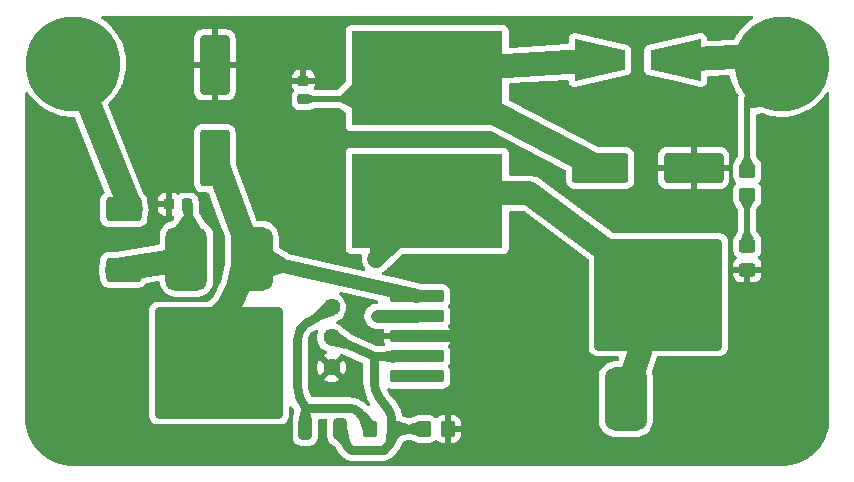
<source format=gbr>
G04 #@! TF.GenerationSoftware,KiCad,Pcbnew,8.0.5*
G04 #@! TF.CreationDate,2024-10-22T13:44:55+03:00*
G04 #@! TF.ProjectId,DC36_DC5,44433336-5f44-4433-952e-6b696361645f,rev?*
G04 #@! TF.SameCoordinates,Original*
G04 #@! TF.FileFunction,Copper,L1,Top*
G04 #@! TF.FilePolarity,Positive*
%FSLAX46Y46*%
G04 Gerber Fmt 4.6, Leading zero omitted, Abs format (unit mm)*
G04 Created by KiCad (PCBNEW 8.0.5) date 2024-10-22 13:44:55*
%MOMM*%
%LPD*%
G01*
G04 APERTURE LIST*
G04 Aperture macros list*
%AMRoundRect*
0 Rectangle with rounded corners*
0 $1 Rounding radius*
0 $2 $3 $4 $5 $6 $7 $8 $9 X,Y pos of 4 corners*
0 Add a 4 corners polygon primitive as box body*
4,1,4,$2,$3,$4,$5,$6,$7,$8,$9,$2,$3,0*
0 Add four circle primitives for the rounded corners*
1,1,$1+$1,$2,$3*
1,1,$1+$1,$4,$5*
1,1,$1+$1,$6,$7*
1,1,$1+$1,$8,$9*
0 Add four rect primitives between the rounded corners*
20,1,$1+$1,$2,$3,$4,$5,0*
20,1,$1+$1,$4,$5,$6,$7,0*
20,1,$1+$1,$6,$7,$8,$9,0*
20,1,$1+$1,$8,$9,$2,$3,0*%
%AMOutline4P*
0 Free polygon, 4 corners , with rotation*
0 The origin of the aperture is its center*
0 number of corners: always 4*
0 $1 to $8 corner X, Y*
0 $9 Rotation angle, in degrees counterclockwise*
0 create outline with 4 corners*
4,1,4,$1,$2,$3,$4,$5,$6,$7,$8,$1,$2,$9*%
G04 Aperture macros list end*
G04 #@! TA.AperFunction,SMDPad,CuDef*
%ADD10RoundRect,0.250000X0.450000X-0.325000X0.450000X0.325000X-0.450000X0.325000X-0.450000X-0.325000X0*%
G04 #@! TD*
G04 #@! TA.AperFunction,ComponentPad*
%ADD11C,0.800000*%
G04 #@! TD*
G04 #@! TA.AperFunction,ComponentPad*
%ADD12C,8.000000*%
G04 #@! TD*
G04 #@! TA.AperFunction,SMDPad,CuDef*
%ADD13RoundRect,0.887500X-0.887500X1.812500X-0.887500X-1.812500X0.887500X-1.812500X0.887500X1.812500X0*%
G04 #@! TD*
G04 #@! TA.AperFunction,SMDPad,CuDef*
%ADD14RoundRect,0.250000X-5.150000X4.450000X-5.150000X-4.450000X5.150000X-4.450000X5.150000X4.450000X0*%
G04 #@! TD*
G04 #@! TA.AperFunction,SMDPad,CuDef*
%ADD15RoundRect,0.880000X-0.880000X1.845000X-0.880000X-1.845000X0.880000X-1.845000X0.880000X1.845000X0*%
G04 #@! TD*
G04 #@! TA.AperFunction,SMDPad,CuDef*
%ADD16RoundRect,0.250000X-0.325000X-0.650000X0.325000X-0.650000X0.325000X0.650000X-0.325000X0.650000X0*%
G04 #@! TD*
G04 #@! TA.AperFunction,SMDPad,CuDef*
%ADD17RoundRect,0.251000X-2.144000X-1.004000X2.144000X-1.004000X2.144000X1.004000X-2.144000X1.004000X0*%
G04 #@! TD*
G04 #@! TA.AperFunction,SMDPad,CuDef*
%ADD18RoundRect,0.251000X-2.254000X-1.004000X2.254000X-1.004000X2.254000X1.004000X-2.254000X1.004000X0*%
G04 #@! TD*
G04 #@! TA.AperFunction,SMDPad,CuDef*
%ADD19RoundRect,0.887500X0.887500X-1.812500X0.887500X1.812500X-0.887500X1.812500X-0.887500X-1.812500X0*%
G04 #@! TD*
G04 #@! TA.AperFunction,SMDPad,CuDef*
%ADD20RoundRect,0.250000X5.150000X-4.450000X5.150000X4.450000X-5.150000X4.450000X-5.150000X-4.450000X0*%
G04 #@! TD*
G04 #@! TA.AperFunction,SMDPad,CuDef*
%ADD21RoundRect,0.880000X0.880000X-1.845000X0.880000X1.845000X-0.880000X1.845000X-0.880000X-1.845000X0*%
G04 #@! TD*
G04 #@! TA.AperFunction,SMDPad,CuDef*
%ADD22RoundRect,0.251000X1.004000X-2.144000X1.004000X2.144000X-1.004000X2.144000X-1.004000X-2.144000X0*%
G04 #@! TD*
G04 #@! TA.AperFunction,SMDPad,CuDef*
%ADD23RoundRect,0.251000X1.004000X-2.254000X1.004000X2.254000X-1.004000X2.254000X-1.004000X-2.254000X0*%
G04 #@! TD*
G04 #@! TA.AperFunction,ComponentPad*
%ADD24RoundRect,0.250000X-1.250000X0.755000X-1.250000X-0.755000X1.250000X-0.755000X1.250000X0.755000X0*%
G04 #@! TD*
G04 #@! TA.AperFunction,SMDPad,CuDef*
%ADD25RoundRect,0.225000X0.225000X0.250000X-0.225000X0.250000X-0.225000X-0.250000X0.225000X-0.250000X0*%
G04 #@! TD*
G04 #@! TA.AperFunction,SMDPad,CuDef*
%ADD26Outline4P,-2.150000X-1.800000X2.150000X-0.800000X2.150000X0.800000X-2.150000X1.800000X180.000000*%
G04 #@! TD*
G04 #@! TA.AperFunction,SMDPad,CuDef*
%ADD27Outline4P,-2.150000X-1.800000X2.150000X-0.800000X2.150000X0.800000X-2.150000X1.800000X0.000000*%
G04 #@! TD*
G04 #@! TA.AperFunction,SMDPad,CuDef*
%ADD28RoundRect,0.250000X-0.350000X-0.450000X0.350000X-0.450000X0.350000X0.450000X-0.350000X0.450000X0*%
G04 #@! TD*
G04 #@! TA.AperFunction,SMDPad,CuDef*
%ADD29R,12.800000X8.000000*%
G04 #@! TD*
G04 #@! TA.AperFunction,ComponentPad*
%ADD30C,1.440000*%
G04 #@! TD*
G04 #@! TA.AperFunction,SMDPad,CuDef*
%ADD31RoundRect,0.250000X-0.450000X0.350000X-0.450000X-0.350000X0.450000X-0.350000X0.450000X0.350000X0*%
G04 #@! TD*
G04 #@! TA.AperFunction,SMDPad,CuDef*
%ADD32RoundRect,0.225000X0.250000X-0.225000X0.250000X0.225000X-0.250000X0.225000X-0.250000X-0.225000X0*%
G04 #@! TD*
G04 #@! TA.AperFunction,SMDPad,CuDef*
%ADD33RoundRect,0.250000X-2.050000X-0.300000X2.050000X-0.300000X2.050000X0.300000X-2.050000X0.300000X0*%
G04 #@! TD*
G04 #@! TA.AperFunction,SMDPad,CuDef*
%ADD34RoundRect,0.250002X-4.449998X-5.149998X4.449998X-5.149998X4.449998X5.149998X-4.449998X5.149998X0*%
G04 #@! TD*
G04 #@! TA.AperFunction,ViaPad*
%ADD35C,0.600000*%
G04 #@! TD*
G04 #@! TA.AperFunction,ViaPad*
%ADD36C,0.900000*%
G04 #@! TD*
G04 #@! TA.AperFunction,Conductor*
%ADD37C,1.000000*%
G04 #@! TD*
G04 #@! TA.AperFunction,Conductor*
%ADD38C,0.800000*%
G04 #@! TD*
G04 #@! TA.AperFunction,Conductor*
%ADD39C,2.000000*%
G04 #@! TD*
G04 #@! TA.AperFunction,Conductor*
%ADD40C,1.200000*%
G04 #@! TD*
G04 #@! TA.AperFunction,Conductor*
%ADD41C,0.200000*%
G04 #@! TD*
G04 #@! TA.AperFunction,Conductor*
%ADD42C,0.500000*%
G04 #@! TD*
G04 #@! TA.AperFunction,Conductor*
%ADD43C,1.100000*%
G04 #@! TD*
G04 #@! TA.AperFunction,Conductor*
%ADD44C,1.500000*%
G04 #@! TD*
G04 APERTURE END LIST*
D10*
X150373000Y-98404000D03*
X150373000Y-96354000D03*
D11*
X90498000Y-80954000D03*
X91310779Y-78991779D03*
X91310779Y-82916221D03*
X93273000Y-78179000D03*
D12*
X93273000Y-80954000D03*
D11*
X93273000Y-83729000D03*
X95235221Y-78991779D03*
X95235221Y-82916221D03*
X96048000Y-80954000D03*
D13*
X108405000Y-97469000D03*
D14*
X105640000Y-106299000D03*
D15*
X102880000Y-97454000D03*
D16*
X112952000Y-111887000D03*
X115902000Y-111887000D03*
D17*
X137922000Y-89794000D03*
D18*
X145822000Y-89794000D03*
D19*
X140081000Y-109332000D03*
D20*
X142846000Y-100502000D03*
D21*
X145606000Y-109347000D03*
D22*
X105288000Y-88968000D03*
D23*
X105288000Y-81068000D03*
D24*
X97573000Y-93304000D03*
X97573000Y-98404000D03*
D25*
X102948000Y-92854000D03*
X101398000Y-92854000D03*
D26*
X144297000Y-80645000D03*
D27*
X137897000Y-80645000D03*
D12*
X153273000Y-80954000D03*
D28*
X123016000Y-111887000D03*
X125016000Y-111887000D03*
D29*
X123273000Y-92576000D03*
X123273000Y-82176000D03*
D11*
X90498000Y-110954000D03*
X91310779Y-108991779D03*
X91310779Y-112916221D03*
X93273000Y-108179000D03*
D12*
X93273000Y-110954000D03*
D11*
X93273000Y-113729000D03*
X95235221Y-108991779D03*
X95235221Y-112916221D03*
X96048000Y-110954000D03*
D12*
X153273000Y-110954000D03*
D30*
X115173000Y-106680000D03*
X115173000Y-104140000D03*
X115173000Y-101600000D03*
D28*
X118444000Y-111887000D03*
X120444000Y-111887000D03*
D31*
X150368000Y-90059000D03*
X150368000Y-92059000D03*
D32*
X112776000Y-83960000D03*
X112776000Y-82410000D03*
D33*
X122428000Y-100642000D03*
X122428000Y-102342000D03*
X122428000Y-104042000D03*
D34*
X131578000Y-104042000D03*
D33*
X122428000Y-105742000D03*
X122428000Y-107442000D03*
D35*
X127773000Y-108654000D03*
X129698000Y-99554000D03*
X131673000Y-101954000D03*
X133548000Y-108654000D03*
X129748000Y-101954000D03*
X135473000Y-99554000D03*
X129748000Y-106154000D03*
X135523000Y-106154000D03*
X129698000Y-104054000D03*
X133548000Y-104054000D03*
X129698000Y-108654000D03*
X127773000Y-104054000D03*
X133598000Y-106154000D03*
X131623000Y-108654000D03*
X131623000Y-99554000D03*
X133548000Y-99554000D03*
X135523000Y-101954000D03*
X133598000Y-101954000D03*
X127823000Y-106154000D03*
X127823000Y-101954000D03*
X127773000Y-99554000D03*
X131673000Y-106154000D03*
X135473000Y-104054000D03*
X131623000Y-104054000D03*
X135473000Y-108654000D03*
D36*
X118984000Y-102342000D03*
X118973000Y-97454000D03*
D35*
X147320000Y-80505999D03*
D37*
X128524000Y-104042000D02*
X122428000Y-104042000D01*
D38*
X103048000Y-96279000D02*
X103048000Y-92854000D01*
D39*
X96973000Y-98404000D02*
X102880000Y-97454000D01*
D40*
X122428000Y-100642000D02*
X108405000Y-97469000D01*
D39*
X108405000Y-97469000D02*
X104140000Y-106299000D01*
D41*
X104140000Y-106299000D02*
X107100100Y-97469000D01*
D39*
X108405000Y-97469000D02*
X105288000Y-88968000D01*
D42*
X120273000Y-112654000D02*
X120269000Y-111887000D01*
D38*
X119884001Y-110087203D02*
X119369020Y-109469224D01*
X115902000Y-111887000D02*
X116432822Y-113180666D01*
X116432822Y-113257822D02*
X116840000Y-113665000D01*
X118764346Y-107823028D02*
X118745000Y-105742000D01*
X116840000Y-113665000D02*
X119634000Y-113665000D01*
X116432822Y-113180666D02*
X116432822Y-113257822D01*
X120149986Y-113095842D02*
X120444000Y-111887000D01*
X118745000Y-105742000D02*
X115173000Y-104140000D01*
X119634000Y-113665000D02*
X119634000Y-113611828D01*
X120269000Y-111887000D02*
X123191000Y-111887000D01*
X118745000Y-105742000D02*
X122428000Y-105742000D01*
X119634000Y-113611828D02*
X120149986Y-113095842D01*
X119884001Y-110087203D02*
G75*
G02*
X120271163Y-111161635I-1283301J-1069397D01*
G01*
X119369020Y-109469224D02*
G75*
G02*
X118764372Y-107823028I2004580J1670424D01*
G01*
D43*
X122428000Y-102342000D02*
X118984000Y-102342000D01*
D39*
X131880073Y-91941000D02*
X123273000Y-91941000D01*
X142846000Y-100003000D02*
X131999004Y-91980203D01*
D44*
X123273000Y-91941000D02*
X118973000Y-97454000D01*
D39*
X142846000Y-100502000D02*
X140589000Y-107442000D01*
D42*
X150368000Y-91884000D02*
X150373000Y-96354000D01*
D39*
X98173000Y-93304000D02*
X93273000Y-80954000D01*
X137922000Y-89794000D02*
X123273000Y-82176000D01*
X123273000Y-81541000D02*
X137897000Y-80645000D01*
D42*
X112776000Y-83960000D02*
X120854000Y-83960000D01*
D38*
X113202781Y-110109000D02*
X116591130Y-110109000D01*
D42*
X150368000Y-90234000D02*
X150368000Y-83859000D01*
D38*
X118042432Y-111013617D02*
X118619000Y-111887000D01*
X113137259Y-102845971D02*
X115173000Y-101600000D01*
X117524380Y-110495565D02*
X118042432Y-111013617D01*
D39*
X144297000Y-80645000D02*
X152583000Y-80264000D01*
D42*
X150368000Y-83859000D02*
X153273000Y-80954000D01*
D38*
X112268000Y-108148112D02*
X112268000Y-104397150D01*
X112921000Y-110091000D02*
X112952000Y-111887000D01*
X116591130Y-110109000D02*
G75*
G02*
X117524362Y-110495583I-30J-1319800D01*
G01*
X113137259Y-102845971D02*
G75*
G03*
X112267978Y-104397150I949441J-1551229D01*
G01*
X113078661Y-110230270D02*
G75*
G02*
X112267989Y-108148112I2268639J2082170D01*
G01*
G04 #@! TA.AperFunction,Conductor*
G36*
X113984114Y-103470776D02*
G01*
X114040032Y-103523898D01*
X114061897Y-103597862D01*
X114047986Y-103664651D01*
X114021724Y-103720969D01*
X114021723Y-103720971D01*
X113966451Y-103927251D01*
X113947838Y-104140000D01*
X113966451Y-104352748D01*
X113976963Y-104391979D01*
X114021724Y-104559030D01*
X114111979Y-104752581D01*
X114111982Y-104752585D01*
X114111984Y-104752588D01*
X114234465Y-104927513D01*
X114385486Y-105078534D01*
X114523682Y-105175298D01*
X114560419Y-105201021D01*
X114665560Y-105250049D01*
X114671908Y-105253415D01*
X114678132Y-105256348D01*
X114685907Y-105259537D01*
X114719573Y-105275236D01*
X114778656Y-105324811D01*
X114805036Y-105397288D01*
X114791643Y-105473244D01*
X114742067Y-105532328D01*
X114719573Y-105545315D01*
X114560675Y-105619409D01*
X114560670Y-105619412D01*
X114504969Y-105658415D01*
X115126554Y-106280000D01*
X115120339Y-106280000D01*
X115018606Y-106307259D01*
X114927394Y-106359920D01*
X114852920Y-106434394D01*
X114800259Y-106525606D01*
X114773000Y-106627339D01*
X114773000Y-106633554D01*
X114151415Y-106011969D01*
X114112412Y-106067670D01*
X114112407Y-106067679D01*
X114022198Y-106261136D01*
X114022196Y-106261141D01*
X113966944Y-106467340D01*
X113948340Y-106680000D01*
X113966944Y-106892659D01*
X114022196Y-107098858D01*
X114022198Y-107098863D01*
X114112407Y-107292320D01*
X114112417Y-107292337D01*
X114151414Y-107348029D01*
X114773000Y-106726443D01*
X114773000Y-106732661D01*
X114800259Y-106834394D01*
X114852920Y-106925606D01*
X114927394Y-107000080D01*
X115018606Y-107052741D01*
X115120339Y-107080000D01*
X115126553Y-107080000D01*
X114504968Y-107701584D01*
X114560662Y-107740582D01*
X114560668Y-107740585D01*
X114754141Y-107830803D01*
X114960340Y-107886055D01*
X115173000Y-107904659D01*
X115385659Y-107886055D01*
X115591858Y-107830803D01*
X115785334Y-107740584D01*
X115841029Y-107701584D01*
X115841030Y-107701583D01*
X115219447Y-107080000D01*
X115225661Y-107080000D01*
X115327394Y-107052741D01*
X115418606Y-107000080D01*
X115493080Y-106925606D01*
X115545741Y-106834394D01*
X115573000Y-106732661D01*
X115573000Y-106726446D01*
X116194583Y-107348030D01*
X116194584Y-107348029D01*
X116233584Y-107292334D01*
X116323803Y-107098858D01*
X116379055Y-106892659D01*
X116397659Y-106680000D01*
X116379055Y-106467340D01*
X116323803Y-106261141D01*
X116233585Y-106067668D01*
X116233582Y-106067662D01*
X116194584Y-106011968D01*
X115573000Y-106633552D01*
X115573000Y-106627339D01*
X115545741Y-106525606D01*
X115493080Y-106434394D01*
X115418606Y-106359920D01*
X115327394Y-106307259D01*
X115225661Y-106280000D01*
X115219444Y-106280000D01*
X115856755Y-105642688D01*
X115858718Y-105631558D01*
X115908295Y-105572475D01*
X115980771Y-105546095D01*
X116023272Y-105548481D01*
X116170275Y-105578196D01*
X116201723Y-105588288D01*
X117762770Y-106288398D01*
X117822577Y-106337098D01*
X117850022Y-106409178D01*
X117850790Y-106422965D01*
X117857074Y-107098858D01*
X117864709Y-107920086D01*
X117864709Y-107920089D01*
X117864773Y-107926889D01*
X117864787Y-107927143D01*
X117865486Y-108003361D01*
X117894904Y-108276726D01*
X117902290Y-108345350D01*
X117972348Y-108682086D01*
X118074993Y-109010368D01*
X118075001Y-109010390D01*
X118158985Y-109208500D01*
X118209244Y-109327055D01*
X118309316Y-109510723D01*
X118373812Y-109629096D01*
X118426173Y-109706159D01*
X118451531Y-109778999D01*
X118437071Y-109854759D01*
X118386668Y-109913140D01*
X118313828Y-109938498D01*
X118238068Y-109924038D01*
X118197572Y-109895256D01*
X118093448Y-109791133D01*
X118093084Y-109790803D01*
X118072963Y-109770681D01*
X118072962Y-109770680D01*
X118072960Y-109770678D01*
X117877991Y-109615188D01*
X117877989Y-109615187D01*
X117877982Y-109615181D01*
X117666842Y-109482507D01*
X117666839Y-109482505D01*
X117442159Y-109374298D01*
X117442155Y-109374296D01*
X117260825Y-109310842D01*
X117206776Y-109291928D01*
X116963650Y-109236431D01*
X116963646Y-109236430D01*
X116963644Y-109236430D01*
X116715837Y-109208502D01*
X116687197Y-109208502D01*
X116687153Y-109208500D01*
X116679821Y-109208500D01*
X116591150Y-109208500D01*
X116502459Y-109208498D01*
X116502458Y-109208498D01*
X116495123Y-109208498D01*
X116495083Y-109208500D01*
X113537023Y-109208500D01*
X113462523Y-109188538D01*
X113407985Y-109134000D01*
X113401785Y-109122043D01*
X113320825Y-108946980D01*
X113314138Y-108929806D01*
X113237703Y-108690702D01*
X113233193Y-108672854D01*
X113186860Y-108426144D01*
X113184585Y-108407857D01*
X113168785Y-108152868D01*
X113168500Y-108143653D01*
X113168500Y-104403521D01*
X113169040Y-104390849D01*
X113172292Y-104352747D01*
X113180699Y-104254257D01*
X113184989Y-104229308D01*
X113218016Y-104102820D01*
X113226471Y-104078958D01*
X113280457Y-103959886D01*
X113292832Y-103937805D01*
X113366208Y-103829606D01*
X113382141Y-103809945D01*
X113472799Y-103715734D01*
X113491836Y-103699055D01*
X113602474Y-103617646D01*
X113612960Y-103610596D01*
X113643225Y-103592071D01*
X113835166Y-103474594D01*
X113909127Y-103452730D01*
X113984114Y-103470776D01*
G37*
G04 #@! TD.AperFunction*
G04 #@! TA.AperFunction,Conductor*
G36*
X150814312Y-76924462D02*
G01*
X150868850Y-76979000D01*
X150888812Y-77053500D01*
X150868850Y-77128000D01*
X150824018Y-77176423D01*
X150659882Y-77288858D01*
X150557941Y-77358690D01*
X150237800Y-77624532D01*
X150237796Y-77624535D01*
X149943535Y-77918796D01*
X149943532Y-77918800D01*
X149677690Y-78238941D01*
X149442507Y-78582266D01*
X149442505Y-78582269D01*
X149297664Y-78842309D01*
X149243972Y-78897680D01*
X149174338Y-78918648D01*
X147103344Y-79013875D01*
X147028006Y-78997356D01*
X146971020Y-78945380D01*
X146947657Y-78871876D01*
X146947500Y-78865032D01*
X146947500Y-78789715D01*
X146947500Y-78789713D01*
X146947500Y-78789706D01*
X146943958Y-78751666D01*
X146897533Y-78615437D01*
X146814607Y-78497806D01*
X146701901Y-78408303D01*
X146701898Y-78408301D01*
X146568544Y-78354178D01*
X146425342Y-78339817D01*
X146425341Y-78339817D01*
X146425340Y-78339817D01*
X146387488Y-78344984D01*
X146387481Y-78344985D01*
X146387479Y-78344985D01*
X141992524Y-79367068D01*
X141917437Y-79394467D01*
X141917433Y-79394468D01*
X141799809Y-79477388D01*
X141799806Y-79477391D01*
X141710304Y-79590097D01*
X141656177Y-79723458D01*
X141649656Y-79776927D01*
X141646500Y-79802802D01*
X141646500Y-81487197D01*
X141650923Y-81523453D01*
X141656179Y-81566545D01*
X141656181Y-81566551D01*
X141710300Y-81699895D01*
X141710303Y-81699901D01*
X141799806Y-81812607D01*
X141917437Y-81895533D01*
X141992530Y-81922933D01*
X141992539Y-81922935D01*
X141992542Y-81922936D01*
X144301930Y-82460003D01*
X146387480Y-82945015D01*
X146425340Y-82950183D01*
X146568544Y-82935822D01*
X146701901Y-82881697D01*
X146814608Y-82792194D01*
X146897533Y-82674563D01*
X146918529Y-82612954D01*
X146943957Y-82538338D01*
X146943957Y-82538336D01*
X146943958Y-82538334D01*
X146947500Y-82500287D01*
X146947500Y-82167518D01*
X146967462Y-82093018D01*
X147022000Y-82038480D01*
X147089653Y-82018675D01*
X148757171Y-81942001D01*
X148832507Y-81958520D01*
X148889493Y-82010496D01*
X148909055Y-82056730D01*
X148939678Y-82186929D01*
X148939681Y-82186939D01*
X149071927Y-82581510D01*
X149240009Y-82962177D01*
X149240013Y-82962185D01*
X149442509Y-83325736D01*
X149601751Y-83558201D01*
X149627385Y-83630945D01*
X149627812Y-83644475D01*
X149626676Y-83726268D01*
X149623828Y-83753261D01*
X149617500Y-83785081D01*
X149617500Y-84386102D01*
X149617486Y-84388171D01*
X149612713Y-84731856D01*
X149612674Y-84735801D01*
X149612674Y-84735910D01*
X149615561Y-84793051D01*
X149615823Y-84794779D01*
X149617500Y-84817073D01*
X149617500Y-88685808D01*
X149599930Y-88756002D01*
X149369976Y-89186561D01*
X149343907Y-89221724D01*
X149325289Y-89240342D01*
X149233186Y-89389666D01*
X149178001Y-89556201D01*
X149167500Y-89658995D01*
X149167500Y-90459003D01*
X149173681Y-90519509D01*
X149178001Y-90561797D01*
X149233186Y-90728334D01*
X149307025Y-90848046D01*
X149325288Y-90877656D01*
X149401273Y-90953641D01*
X149439837Y-91020436D01*
X149439837Y-91097564D01*
X149401273Y-91164359D01*
X149325288Y-91240343D01*
X149233186Y-91389666D01*
X149178001Y-91556201D01*
X149167500Y-91658995D01*
X149167500Y-92459003D01*
X149171586Y-92498996D01*
X149178001Y-92561797D01*
X149233186Y-92728334D01*
X149314635Y-92860385D01*
X149325288Y-92877656D01*
X149345147Y-92897515D01*
X149371139Y-92932533D01*
X149601582Y-93362851D01*
X149619231Y-93433025D01*
X149621020Y-95032723D01*
X149603758Y-95102503D01*
X149407664Y-95473599D01*
X149381287Y-95509343D01*
X149330289Y-95560342D01*
X149238186Y-95709666D01*
X149183001Y-95876201D01*
X149172500Y-95978995D01*
X149172500Y-96729003D01*
X149172501Y-96729008D01*
X149183001Y-96831797D01*
X149238186Y-96998334D01*
X149286399Y-97076500D01*
X149330288Y-97147656D01*
X149456627Y-97273995D01*
X149495191Y-97340790D01*
X149495191Y-97417918D01*
X149456627Y-97484713D01*
X149330680Y-97610659D01*
X149238642Y-97759878D01*
X149183494Y-97926302D01*
X149183492Y-97926311D01*
X149173000Y-98029010D01*
X149173000Y-98154000D01*
X151572999Y-98154000D01*
X151572999Y-98029026D01*
X151562505Y-97926303D01*
X151507357Y-97759878D01*
X151415319Y-97610659D01*
X151289373Y-97484713D01*
X151250809Y-97417918D01*
X151250809Y-97340790D01*
X151289373Y-97273995D01*
X151337869Y-97225499D01*
X151415712Y-97147656D01*
X151507814Y-96998334D01*
X151562999Y-96831797D01*
X151573500Y-96729009D01*
X151573499Y-95978992D01*
X151562999Y-95876203D01*
X151507814Y-95709666D01*
X151415712Y-95560344D01*
X151362496Y-95507128D01*
X151336251Y-95471636D01*
X151139414Y-95100848D01*
X151122020Y-95031156D01*
X151120230Y-93431342D01*
X151137720Y-93361134D01*
X151367178Y-92930348D01*
X151393329Y-92895038D01*
X151410712Y-92877656D01*
X151502814Y-92728334D01*
X151557999Y-92561797D01*
X151568500Y-92459009D01*
X151568499Y-91658992D01*
X151557999Y-91556203D01*
X151502814Y-91389666D01*
X151410712Y-91240344D01*
X151334727Y-91164359D01*
X151296163Y-91097564D01*
X151296163Y-91020436D01*
X151334727Y-90953641D01*
X151337473Y-90950895D01*
X151410712Y-90877656D01*
X151502814Y-90728334D01*
X151557999Y-90561797D01*
X151568500Y-90459009D01*
X151568499Y-89658992D01*
X151557999Y-89556203D01*
X151502814Y-89389666D01*
X151410712Y-89240344D01*
X151392091Y-89221723D01*
X151366020Y-89186558D01*
X151136070Y-88756003D01*
X151118500Y-88685809D01*
X151118500Y-85340439D01*
X151138462Y-85265939D01*
X151193000Y-85211401D01*
X151251896Y-85192258D01*
X151603599Y-85155226D01*
X151666549Y-85162130D01*
X152040064Y-85287320D01*
X152445152Y-85382596D01*
X152445161Y-85382597D01*
X152445169Y-85382599D01*
X152772419Y-85428247D01*
X152857303Y-85440088D01*
X153248001Y-85458151D01*
X153272999Y-85459307D01*
X153273000Y-85459307D01*
X153273001Y-85459307D01*
X153292220Y-85458418D01*
X153688697Y-85440088D01*
X153688704Y-85440087D01*
X153688705Y-85440087D01*
X154100830Y-85382599D01*
X154100835Y-85382597D01*
X154100848Y-85382596D01*
X154505936Y-85287320D01*
X154900505Y-85155074D01*
X154941462Y-85136990D01*
X155281177Y-84986990D01*
X155281179Y-84986988D01*
X155281188Y-84986985D01*
X155644739Y-84784489D01*
X155988054Y-84549313D01*
X156308206Y-84283462D01*
X156602462Y-83989206D01*
X156868313Y-83669054D01*
X157050576Y-83402981D01*
X157109147Y-83352802D01*
X157184962Y-83338629D01*
X157257705Y-83364263D01*
X157307886Y-83422835D01*
X157322500Y-83487188D01*
X157322500Y-110950558D01*
X157322341Y-110957439D01*
X157305544Y-111320761D01*
X157304274Y-111334466D01*
X157254501Y-111691271D01*
X157251972Y-111704799D01*
X157169490Y-112055489D01*
X157165724Y-112068726D01*
X157051233Y-112410321D01*
X157046261Y-112423154D01*
X156900748Y-112752709D01*
X156894614Y-112765029D01*
X156719305Y-113079769D01*
X156712060Y-113091470D01*
X156508463Y-113388686D01*
X156500169Y-113399669D01*
X156270018Y-113676830D01*
X156260746Y-113687001D01*
X156006001Y-113941746D01*
X155995830Y-113951018D01*
X155718669Y-114181169D01*
X155707686Y-114189463D01*
X155410470Y-114393060D01*
X155398769Y-114400305D01*
X155084029Y-114575614D01*
X155071709Y-114581748D01*
X154742154Y-114727261D01*
X154729321Y-114732233D01*
X154387726Y-114846724D01*
X154374489Y-114850490D01*
X154023799Y-114932972D01*
X154010271Y-114935501D01*
X153653466Y-114985274D01*
X153639761Y-114986544D01*
X153276439Y-115003341D01*
X153269558Y-115003500D01*
X93276442Y-115003500D01*
X93269561Y-115003341D01*
X92906238Y-114986544D01*
X92892536Y-114985274D01*
X92810866Y-114973881D01*
X92535728Y-114935501D01*
X92522200Y-114932972D01*
X92171510Y-114850490D01*
X92158273Y-114846724D01*
X91816678Y-114732233D01*
X91803845Y-114727261D01*
X91474290Y-114581748D01*
X91461970Y-114575614D01*
X91147230Y-114400305D01*
X91135529Y-114393060D01*
X90838313Y-114189463D01*
X90827330Y-114181169D01*
X90550169Y-113951018D01*
X90539998Y-113941746D01*
X90285253Y-113687001D01*
X90275981Y-113676830D01*
X90175399Y-113555704D01*
X90045829Y-113399668D01*
X90037536Y-113388686D01*
X89833939Y-113091470D01*
X89826694Y-113079769D01*
X89651385Y-112765029D01*
X89645251Y-112752709D01*
X89548019Y-112532500D01*
X89499735Y-112423147D01*
X89494766Y-112410321D01*
X89486952Y-112387008D01*
X89380275Y-112068726D01*
X89376509Y-112055489D01*
X89294027Y-111704799D01*
X89291498Y-111691271D01*
X89241722Y-111334443D01*
X89240456Y-111320780D01*
X89223659Y-110957439D01*
X89223500Y-110950558D01*
X89223500Y-101798995D01*
X99739500Y-101798995D01*
X99739500Y-110799003D01*
X99744257Y-110845566D01*
X99750001Y-110901797D01*
X99805186Y-111068334D01*
X99897288Y-111217656D01*
X100021344Y-111341712D01*
X100170666Y-111433814D01*
X100337203Y-111488999D01*
X100439991Y-111499500D01*
X110840008Y-111499499D01*
X110942797Y-111488999D01*
X111109334Y-111433814D01*
X111258656Y-111341712D01*
X111382712Y-111217656D01*
X111474814Y-111068334D01*
X111529999Y-110901797D01*
X111540500Y-110799009D01*
X111540499Y-110064630D01*
X111560461Y-109990132D01*
X111614999Y-109935594D01*
X111689499Y-109915632D01*
X111763999Y-109935594D01*
X111818537Y-109990132D01*
X111822738Y-109997936D01*
X111871237Y-110094823D01*
X111871238Y-110094825D01*
X111995973Y-110295146D01*
X112018406Y-110368939D01*
X112016058Y-110400709D01*
X111897924Y-111046662D01*
X111892794Y-111066719D01*
X111887000Y-111084203D01*
X111886999Y-111084209D01*
X111882463Y-111128610D01*
X111881088Y-111138289D01*
X111881100Y-111138291D01*
X111880929Y-111139410D01*
X111880819Y-111140189D01*
X111880770Y-111140455D01*
X111876233Y-111170249D01*
X111876068Y-111171608D01*
X111876067Y-111171621D01*
X111872869Y-111255643D01*
X111873873Y-111260917D01*
X111876500Y-111288771D01*
X111876500Y-112587003D01*
X111876501Y-112587008D01*
X111887001Y-112689797D01*
X111942186Y-112856334D01*
X112034288Y-113005656D01*
X112158344Y-113129712D01*
X112307666Y-113221814D01*
X112474203Y-113276999D01*
X112576991Y-113287500D01*
X113327008Y-113287499D01*
X113429797Y-113276999D01*
X113596334Y-113221814D01*
X113745656Y-113129712D01*
X113869712Y-113005656D01*
X113961814Y-112856334D01*
X114016999Y-112689797D01*
X114027500Y-112587009D01*
X114027499Y-111186992D01*
X114026135Y-111173640D01*
X114038424Y-111097498D01*
X114087138Y-111037700D01*
X114159223Y-111010271D01*
X114174364Y-111009500D01*
X114679635Y-111009500D01*
X114754135Y-111029462D01*
X114808673Y-111084000D01*
X114828635Y-111158500D01*
X114827864Y-111173642D01*
X114826500Y-111186994D01*
X114826500Y-112587003D01*
X114826501Y-112587008D01*
X114837001Y-112689797D01*
X114892186Y-112856334D01*
X114984288Y-113005656D01*
X115108344Y-113129712D01*
X115257666Y-113221814D01*
X115332227Y-113246521D01*
X115396667Y-113288904D01*
X115399063Y-113291664D01*
X115534056Y-113451064D01*
X115564252Y-113513649D01*
X115564802Y-113513483D01*
X115565868Y-113516999D01*
X115566487Y-113518281D01*
X115566924Y-113520479D01*
X115566927Y-113520488D01*
X115595108Y-113588523D01*
X115634808Y-113684368D01*
X115683352Y-113757020D01*
X115683356Y-113757024D01*
X115733358Y-113831858D01*
X116140536Y-114239035D01*
X116265965Y-114364464D01*
X116413453Y-114463013D01*
X116413455Y-114463014D01*
X116413457Y-114463015D01*
X116461451Y-114482895D01*
X116461452Y-114482895D01*
X116577334Y-114530895D01*
X116751309Y-114565500D01*
X119722691Y-114565500D01*
X119896666Y-114530894D01*
X120060547Y-114463013D01*
X120208035Y-114364464D01*
X120333464Y-114239035D01*
X120432013Y-114091547D01*
X120432014Y-114091542D01*
X120432384Y-114090990D01*
X120450909Y-114068416D01*
X120721793Y-113797532D01*
X120730394Y-113789584D01*
X120734814Y-113785812D01*
X120734818Y-113785806D01*
X120735795Y-113784791D01*
X120745851Y-113773475D01*
X120771092Y-113748233D01*
X120775561Y-113743949D01*
X120824588Y-113698900D01*
X120829110Y-113692713D01*
X120844033Y-113675293D01*
X120849449Y-113669878D01*
X120886428Y-113614533D01*
X120889978Y-113609454D01*
X120929276Y-113555704D01*
X120932504Y-113548753D01*
X120943742Y-113528756D01*
X120947998Y-113522389D01*
X120973477Y-113460876D01*
X120975950Y-113455243D01*
X121004017Y-113394836D01*
X121005827Y-113387394D01*
X121012952Y-113365575D01*
X121015880Y-113358508D01*
X121016237Y-113356713D01*
X121017195Y-113354172D01*
X121018008Y-113351493D01*
X121018185Y-113351546D01*
X121033441Y-113311088D01*
X121221640Y-112986167D01*
X121276251Y-112931709D01*
X121307069Y-112918343D01*
X121686508Y-112802542D01*
X121763588Y-112799889D01*
X121773481Y-112802540D01*
X122185988Y-112928433D01*
X122220711Y-112944125D01*
X122346666Y-113021814D01*
X122513203Y-113076999D01*
X122615991Y-113087500D01*
X123416008Y-113087499D01*
X123518797Y-113076999D01*
X123685334Y-113021814D01*
X123834656Y-112929712D01*
X123910995Y-112853373D01*
X123977790Y-112814809D01*
X124054918Y-112814809D01*
X124121713Y-112853373D01*
X124197659Y-112929319D01*
X124346878Y-113021357D01*
X124513302Y-113076505D01*
X124513311Y-113076507D01*
X124616015Y-113086999D01*
X124766000Y-113086999D01*
X125266000Y-113086999D01*
X125415974Y-113086999D01*
X125518696Y-113076505D01*
X125685121Y-113021357D01*
X125834340Y-112929319D01*
X125958319Y-112805340D01*
X126050357Y-112656121D01*
X126105505Y-112489697D01*
X126105507Y-112489688D01*
X126115999Y-112386989D01*
X126116000Y-112386979D01*
X126116000Y-112137000D01*
X125266000Y-112137000D01*
X125266000Y-113086999D01*
X124766000Y-113086999D01*
X124766000Y-111637000D01*
X125266000Y-111637000D01*
X126115999Y-111637000D01*
X126115999Y-111387026D01*
X126105505Y-111284303D01*
X126050357Y-111117878D01*
X125958319Y-110968659D01*
X125834340Y-110844680D01*
X125685121Y-110752642D01*
X125518697Y-110697494D01*
X125518688Y-110697492D01*
X125415989Y-110687000D01*
X125266000Y-110687000D01*
X125266000Y-111637000D01*
X124766000Y-111637000D01*
X124766000Y-110687000D01*
X124616026Y-110687000D01*
X124513303Y-110697494D01*
X124346878Y-110752642D01*
X124197659Y-110844680D01*
X124121713Y-110920627D01*
X124054918Y-110959191D01*
X123977790Y-110959191D01*
X123910995Y-110920627D01*
X123834656Y-110844288D01*
X123772801Y-110806136D01*
X123685334Y-110752186D01*
X123553152Y-110708385D01*
X123518798Y-110697001D01*
X123501665Y-110695250D01*
X123416009Y-110686500D01*
X123416004Y-110686500D01*
X122615996Y-110686500D01*
X122513202Y-110697001D01*
X122346666Y-110752186D01*
X122220716Y-110829871D01*
X122185989Y-110845564D01*
X121773492Y-110971454D01*
X121696410Y-110974108D01*
X121686506Y-110971454D01*
X121274012Y-110845566D01*
X121239285Y-110829872D01*
X121200802Y-110806136D01*
X121147873Y-110750036D01*
X121132887Y-110708394D01*
X121097260Y-110529273D01*
X121090690Y-110507732D01*
X121022444Y-110283958D01*
X121022441Y-110283948D01*
X120923580Y-110047285D01*
X120801659Y-109821636D01*
X120657889Y-109609239D01*
X120657885Y-109609234D01*
X120657884Y-109609232D01*
X120611209Y-109553226D01*
X120611206Y-109553222D01*
X120516860Y-109440006D01*
X120516837Y-109439980D01*
X120462102Y-109374298D01*
X120064084Y-108896676D01*
X120057828Y-108888622D01*
X119929625Y-108711368D01*
X119918830Y-108694059D01*
X119891025Y-108641817D01*
X119873647Y-108566674D01*
X119896168Y-108492908D01*
X119952555Y-108440284D01*
X120027700Y-108422905D01*
X120069422Y-108430378D01*
X120225203Y-108481999D01*
X120327991Y-108492500D01*
X124528008Y-108492499D01*
X124630797Y-108481999D01*
X124797334Y-108426814D01*
X124946656Y-108334712D01*
X125070712Y-108210656D01*
X125162814Y-108061334D01*
X125217999Y-107894797D01*
X125228500Y-107792009D01*
X125228499Y-107091992D01*
X125217999Y-106989203D01*
X125162814Y-106822666D01*
X125070712Y-106673344D01*
X125070710Y-106673342D01*
X125068785Y-106670221D01*
X125046665Y-106596333D01*
X125064452Y-106521284D01*
X125068785Y-106513779D01*
X125070710Y-106510657D01*
X125070712Y-106510656D01*
X125162814Y-106361334D01*
X125217999Y-106194797D01*
X125228500Y-106092009D01*
X125228499Y-105391992D01*
X125217999Y-105289203D01*
X125162814Y-105122666D01*
X125070712Y-104973344D01*
X125068492Y-104969744D01*
X125046372Y-104895856D01*
X125064160Y-104820807D01*
X125068492Y-104813303D01*
X125162357Y-104661121D01*
X125217505Y-104494697D01*
X125217507Y-104494688D01*
X125227999Y-104391989D01*
X125228000Y-104391979D01*
X125228000Y-104292000D01*
X119628001Y-104292000D01*
X119628001Y-104391973D01*
X119638494Y-104494696D01*
X119685200Y-104635645D01*
X119689685Y-104712643D01*
X119655070Y-104781567D01*
X119590631Y-104823950D01*
X119571222Y-104828961D01*
X119517959Y-104838948D01*
X119490500Y-104841500D01*
X118969569Y-104841500D01*
X118908596Y-104828453D01*
X116939809Y-103945475D01*
X116910745Y-103928242D01*
X116501203Y-103617646D01*
X115995694Y-103234268D01*
X115995668Y-103234249D01*
X115994563Y-103233411D01*
X115994648Y-103233298D01*
X115978713Y-103219665D01*
X115960513Y-103201465D01*
X115785588Y-103078984D01*
X115785581Y-103078979D01*
X115785579Y-103078978D01*
X115785576Y-103078976D01*
X115628597Y-103005775D01*
X115569514Y-102956198D01*
X115543135Y-102883721D01*
X115556529Y-102807765D01*
X115606106Y-102748682D01*
X115630007Y-102735048D01*
X115679070Y-102712790D01*
X115679070Y-102712789D01*
X115679074Y-102712788D01*
X115685994Y-102708700D01*
X115686284Y-102709190D01*
X115700465Y-102700711D01*
X115722217Y-102690567D01*
X115785581Y-102661021D01*
X115922569Y-102565102D01*
X115960513Y-102538534D01*
X115960515Y-102538531D01*
X115960519Y-102538529D01*
X116111529Y-102387519D01*
X116111531Y-102387515D01*
X116111534Y-102387513D01*
X116163098Y-102313870D01*
X116234021Y-102212581D01*
X116324276Y-102019030D01*
X116379549Y-101812747D01*
X116398162Y-101600000D01*
X116379549Y-101387253D01*
X116324276Y-101180970D01*
X116234021Y-100987419D01*
X116162093Y-100884694D01*
X116111534Y-100812486D01*
X115960517Y-100661469D01*
X115833081Y-100572238D01*
X115783504Y-100513154D01*
X115770111Y-100437198D01*
X115796490Y-100364721D01*
X115855574Y-100315144D01*
X115931530Y-100301751D01*
X115951415Y-100304856D01*
X118967986Y-100987419D01*
X119011098Y-100997174D01*
X119079356Y-101033085D01*
X119120513Y-101098315D01*
X119123541Y-101175383D01*
X119087630Y-101243641D01*
X119022400Y-101284798D01*
X118978215Y-101291500D01*
X118880535Y-101291500D01*
X118677582Y-101331869D01*
X118486403Y-101411057D01*
X118314345Y-101526022D01*
X118168022Y-101672345D01*
X118053057Y-101844403D01*
X117973869Y-102035582D01*
X117933500Y-102238534D01*
X117933500Y-102445465D01*
X117973869Y-102648417D01*
X118053057Y-102839596D01*
X118168022Y-103011654D01*
X118314345Y-103157977D01*
X118486403Y-103272942D01*
X118565591Y-103305742D01*
X118677580Y-103352130D01*
X118880535Y-103392500D01*
X119497367Y-103392500D01*
X119571867Y-103412462D01*
X119626405Y-103467000D01*
X119646367Y-103541500D01*
X119639945Y-103581295D01*
X119640197Y-103581349D01*
X119639139Y-103586288D01*
X119638804Y-103588368D01*
X119638494Y-103589302D01*
X119638492Y-103589311D01*
X119628000Y-103692010D01*
X119628000Y-103792000D01*
X125227999Y-103792000D01*
X125227999Y-103692026D01*
X125217505Y-103589303D01*
X125162357Y-103422877D01*
X125162356Y-103422874D01*
X125068492Y-103270695D01*
X125046372Y-103196807D01*
X125064160Y-103121758D01*
X125068492Y-103114254D01*
X125070709Y-103110658D01*
X125070712Y-103110656D01*
X125162814Y-102961334D01*
X125217999Y-102794797D01*
X125228500Y-102692009D01*
X125228499Y-101991992D01*
X125217999Y-101889203D01*
X125162814Y-101722666D01*
X125070712Y-101573344D01*
X125070710Y-101573342D01*
X125068785Y-101570221D01*
X125046665Y-101496333D01*
X125064452Y-101421284D01*
X125068785Y-101413779D01*
X125070710Y-101410657D01*
X125070712Y-101410656D01*
X125162814Y-101261334D01*
X125217999Y-101094797D01*
X125228500Y-100992009D01*
X125228499Y-100291992D01*
X125217999Y-100189203D01*
X125162814Y-100022666D01*
X125070712Y-99873344D01*
X124946656Y-99749288D01*
X124797334Y-99657186D01*
X124708219Y-99627656D01*
X124630798Y-99602001D01*
X124610239Y-99599900D01*
X124528009Y-99591500D01*
X124528005Y-99591500D01*
X122788569Y-99591500D01*
X122755686Y-99587826D01*
X122755348Y-99587749D01*
X122755347Y-99587749D01*
X120370474Y-99048121D01*
X119545129Y-98861369D01*
X119476871Y-98825458D01*
X119435714Y-98760228D01*
X119432686Y-98683160D01*
X119468597Y-98614902D01*
X119514929Y-98581056D01*
X119591569Y-98545242D01*
X119754662Y-98435041D01*
X119898506Y-98300685D01*
X119974084Y-98203785D01*
X119993880Y-98182918D01*
X121226223Y-97112986D01*
X121295566Y-97079219D01*
X121323907Y-97076499D01*
X129720864Y-97076499D01*
X129720872Y-97076499D01*
X129780483Y-97070091D01*
X129876447Y-97034298D01*
X129915329Y-97019797D01*
X129915333Y-97019795D01*
X129989616Y-96964186D01*
X130030546Y-96933546D01*
X130106715Y-96831798D01*
X130116795Y-96818333D01*
X130116797Y-96818329D01*
X130150113Y-96729003D01*
X130167091Y-96683483D01*
X130168823Y-96667370D01*
X130173499Y-96623885D01*
X130173500Y-96623867D01*
X130173500Y-93590500D01*
X130193462Y-93516000D01*
X130248000Y-93461462D01*
X130322500Y-93441500D01*
X131402272Y-93441500D01*
X131476772Y-93461462D01*
X131490870Y-93470704D01*
X136885103Y-97460456D01*
X136933129Y-97520806D01*
X136945500Y-97580249D01*
X136945500Y-105002003D01*
X136945501Y-105002008D01*
X136956001Y-105104797D01*
X137011186Y-105271334D01*
X137103288Y-105420656D01*
X137227344Y-105544712D01*
X137376666Y-105636814D01*
X137543203Y-105691999D01*
X137645991Y-105702500D01*
X139371718Y-105702499D01*
X139446218Y-105722461D01*
X139500756Y-105776999D01*
X139520718Y-105851499D01*
X139513414Y-105897579D01*
X139470809Y-106028583D01*
X139428788Y-106093254D01*
X139360057Y-106128252D01*
X139329116Y-106131500D01*
X139099035Y-106131500D01*
X139045939Y-106134320D01*
X139045933Y-106134320D01*
X139045930Y-106134321D01*
X139045924Y-106134322D01*
X139045918Y-106134323D01*
X138813958Y-106179184D01*
X138592904Y-106262605D01*
X138592891Y-106262611D01*
X138389132Y-106382182D01*
X138389119Y-106382191D01*
X138208488Y-106534488D01*
X138056191Y-106715119D01*
X138056182Y-106715132D01*
X137936611Y-106918891D01*
X137936605Y-106918904D01*
X137853184Y-107139958D01*
X137808323Y-107371918D01*
X137808320Y-107371939D01*
X137805500Y-107425034D01*
X137805500Y-111238965D01*
X137808320Y-111292060D01*
X137808323Y-111292081D01*
X137853184Y-111524041D01*
X137936605Y-111745095D01*
X137936611Y-111745108D01*
X138056182Y-111948867D01*
X138056186Y-111948873D01*
X138056188Y-111948876D01*
X138208488Y-112129512D01*
X138389124Y-112281812D01*
X138389129Y-112281814D01*
X138389132Y-112281817D01*
X138592891Y-112401388D01*
X138592897Y-112401391D01*
X138592901Y-112401393D01*
X138813956Y-112484815D01*
X139045930Y-112529679D01*
X139093725Y-112532217D01*
X139099035Y-112532500D01*
X139099036Y-112532500D01*
X141062965Y-112532500D01*
X141067791Y-112532243D01*
X141116070Y-112529679D01*
X141348044Y-112484815D01*
X141569099Y-112401393D01*
X141593613Y-112387008D01*
X141772867Y-112281817D01*
X141772876Y-112281812D01*
X141953512Y-112129512D01*
X142105812Y-111948876D01*
X142225393Y-111745099D01*
X142308815Y-111524044D01*
X142353679Y-111292070D01*
X142356500Y-111238964D01*
X142356500Y-107425036D01*
X142353679Y-107371930D01*
X142308815Y-107139956D01*
X142303796Y-107126658D01*
X142296169Y-107049910D01*
X142301503Y-107027975D01*
X142699099Y-105805415D01*
X142741123Y-105740744D01*
X142809854Y-105705747D01*
X142840794Y-105702499D01*
X148046004Y-105702499D01*
X148046008Y-105702499D01*
X148148797Y-105691999D01*
X148315334Y-105636814D01*
X148464656Y-105544712D01*
X148588712Y-105420656D01*
X148680814Y-105271334D01*
X148735999Y-105104797D01*
X148746500Y-105002009D01*
X148746499Y-98778973D01*
X149173001Y-98778973D01*
X149183494Y-98881696D01*
X149238642Y-99048121D01*
X149330680Y-99197340D01*
X149454659Y-99321319D01*
X149603878Y-99413357D01*
X149770302Y-99468505D01*
X149770311Y-99468507D01*
X149873015Y-99478999D01*
X150123000Y-99478999D01*
X150623000Y-99478999D01*
X150872974Y-99478999D01*
X150975696Y-99468505D01*
X151142121Y-99413357D01*
X151291340Y-99321319D01*
X151415319Y-99197340D01*
X151507357Y-99048121D01*
X151562505Y-98881697D01*
X151562507Y-98881688D01*
X151572999Y-98778989D01*
X151573000Y-98778979D01*
X151573000Y-98654000D01*
X150623000Y-98654000D01*
X150623000Y-99478999D01*
X150123000Y-99478999D01*
X150123000Y-98654000D01*
X149173001Y-98654000D01*
X149173001Y-98778973D01*
X148746499Y-98778973D01*
X148746499Y-96001992D01*
X148735999Y-95899203D01*
X148680814Y-95732666D01*
X148588712Y-95583344D01*
X148464656Y-95459288D01*
X148315334Y-95367186D01*
X148232065Y-95339593D01*
X148148798Y-95312001D01*
X148128239Y-95309900D01*
X148046009Y-95301500D01*
X148046005Y-95301500D01*
X139061908Y-95301500D01*
X138987408Y-95281538D01*
X138973305Y-95272293D01*
X138918161Y-95231507D01*
X136458804Y-93412485D01*
X132796340Y-90703605D01*
X132796332Y-90703600D01*
X132586813Y-90594589D01*
X132466526Y-90554369D01*
X132456773Y-90550725D01*
X132456060Y-90550430D01*
X132410025Y-90535472D01*
X132408821Y-90535075D01*
X132362821Y-90519694D01*
X132362076Y-90519509D01*
X132352070Y-90516641D01*
X132340117Y-90512757D01*
X132231441Y-90477447D01*
X131998165Y-90440500D01*
X131998160Y-90440500D01*
X130322499Y-90440500D01*
X130247999Y-90420538D01*
X130193461Y-90366000D01*
X130173499Y-90291500D01*
X130173499Y-88528136D01*
X130173499Y-88528128D01*
X130167091Y-88468517D01*
X130152588Y-88429633D01*
X130116797Y-88333670D01*
X130116795Y-88333666D01*
X130030547Y-88218455D01*
X130030544Y-88218452D01*
X129915333Y-88132204D01*
X129915329Y-88132202D01*
X129780482Y-88081908D01*
X129720876Y-88075500D01*
X116825136Y-88075500D01*
X116825111Y-88075502D01*
X116765521Y-88081908D01*
X116765515Y-88081909D01*
X116630670Y-88132202D01*
X116630666Y-88132204D01*
X116515455Y-88218452D01*
X116515452Y-88218455D01*
X116429204Y-88333666D01*
X116429202Y-88333670D01*
X116378908Y-88468517D01*
X116372500Y-88528114D01*
X116372500Y-96623863D01*
X116372502Y-96623888D01*
X116378908Y-96683478D01*
X116378909Y-96683484D01*
X116429202Y-96818329D01*
X116429204Y-96818333D01*
X116515452Y-96933544D01*
X116515455Y-96933547D01*
X116630666Y-97019795D01*
X116630670Y-97019797D01*
X116765517Y-97070091D01*
X116825114Y-97076499D01*
X116825118Y-97076499D01*
X116825127Y-97076500D01*
X117591753Y-97076499D01*
X117666253Y-97096461D01*
X117720791Y-97150999D01*
X117740753Y-97225499D01*
X117738039Y-97253808D01*
X117726581Y-97313014D01*
X117726580Y-97313022D01*
X117719871Y-97509731D01*
X117719872Y-97509743D01*
X117732347Y-97610659D01*
X117744019Y-97705082D01*
X117798427Y-97894246D01*
X117798428Y-97894249D01*
X117798431Y-97894257D01*
X117861410Y-98029026D01*
X117881758Y-98072569D01*
X117991959Y-98235662D01*
X117991963Y-98235666D01*
X117994180Y-98238449D01*
X117994793Y-98239856D01*
X117995237Y-98240513D01*
X117995115Y-98240595D01*
X118024992Y-98309155D01*
X118016324Y-98385795D01*
X117970497Y-98447832D01*
X117899791Y-98478644D01*
X117844764Y-98476625D01*
X111514649Y-97044303D01*
X111471203Y-97026941D01*
X110753171Y-96598642D01*
X110699415Y-96543334D01*
X110680500Y-96470678D01*
X110680500Y-95562034D01*
X110678003Y-95515031D01*
X110677679Y-95508930D01*
X110632815Y-95276956D01*
X110549393Y-95055901D01*
X110549391Y-95055897D01*
X110549388Y-95055891D01*
X110429817Y-94852132D01*
X110429814Y-94852129D01*
X110429812Y-94852124D01*
X110277512Y-94671488D01*
X110096876Y-94519188D01*
X110096873Y-94519186D01*
X110096867Y-94519182D01*
X109893108Y-94399611D01*
X109893095Y-94399605D01*
X109718957Y-94333889D01*
X109672044Y-94316185D01*
X109672043Y-94316184D01*
X109672041Y-94316184D01*
X109440081Y-94271323D01*
X109440078Y-94271322D01*
X109440070Y-94271321D01*
X109440065Y-94271320D01*
X109440060Y-94271320D01*
X109386965Y-94268500D01*
X109386964Y-94268500D01*
X108933748Y-94268500D01*
X108859248Y-94248538D01*
X108804710Y-94194000D01*
X108793855Y-94170793D01*
X108771201Y-94109009D01*
X107432882Y-90459009D01*
X107052606Y-89421882D01*
X107043499Y-89370589D01*
X107043499Y-86773928D01*
X107043499Y-86773924D01*
X107032985Y-86670999D01*
X106977727Y-86504240D01*
X106885501Y-86354720D01*
X106761280Y-86230499D01*
X106750536Y-86223872D01*
X106611762Y-86138274D01*
X106611761Y-86138273D01*
X106611760Y-86138273D01*
X106445001Y-86083015D01*
X106444995Y-86083013D01*
X106444998Y-86083013D01*
X106342082Y-86072500D01*
X104233928Y-86072500D01*
X104130998Y-86083015D01*
X103964237Y-86138274D01*
X103814719Y-86230499D01*
X103690499Y-86354719D01*
X103598274Y-86504237D01*
X103543013Y-86671003D01*
X103532500Y-86773912D01*
X103532500Y-91162071D01*
X103532501Y-91162076D01*
X103543015Y-91265001D01*
X103598273Y-91431760D01*
X103690499Y-91581280D01*
X103814720Y-91705501D01*
X103964240Y-91797727D01*
X104130999Y-91852985D01*
X104131001Y-91852985D01*
X104131004Y-91852986D01*
X104131001Y-91852986D01*
X104200238Y-91860058D01*
X104233923Y-91863500D01*
X104647419Y-91863499D01*
X104721919Y-91883461D01*
X104776457Y-91937999D01*
X104787312Y-91961206D01*
X105574832Y-94109009D01*
X106115415Y-95583343D01*
X106120393Y-95596918D01*
X106129500Y-95648211D01*
X106129500Y-97863337D01*
X106125847Y-97896126D01*
X105773392Y-99458502D01*
X105762214Y-99490518D01*
X105219558Y-100614000D01*
X105191083Y-100654218D01*
X104793321Y-101054523D01*
X104726649Y-101093299D01*
X104687627Y-101098500D01*
X100439996Y-101098500D01*
X100337202Y-101109001D01*
X100170666Y-101164186D01*
X100021343Y-101256288D01*
X99897288Y-101380343D01*
X99805186Y-101529666D01*
X99750001Y-101696201D01*
X99739500Y-101798995D01*
X89223500Y-101798995D01*
X89223500Y-98289481D01*
X95472222Y-98289481D01*
X95472668Y-98476625D01*
X95472785Y-98525664D01*
X95493425Y-98654000D01*
X95510288Y-98758853D01*
X95565098Y-98926186D01*
X95572500Y-98972565D01*
X95572500Y-99209003D01*
X95578802Y-99270691D01*
X95583001Y-99311797D01*
X95638186Y-99478334D01*
X95730288Y-99627656D01*
X95854344Y-99751712D01*
X96003666Y-99843814D01*
X96170203Y-99898999D01*
X96272991Y-99909500D01*
X98873008Y-99909499D01*
X98975797Y-99898999D01*
X99142334Y-99843814D01*
X99291656Y-99751712D01*
X99415712Y-99627656D01*
X99446133Y-99578333D01*
X99502229Y-99525408D01*
X99549284Y-99509447D01*
X100459344Y-99363086D01*
X100536069Y-99370966D01*
X100598574Y-99416152D01*
X100629292Y-99481903D01*
X100666926Y-99676491D01*
X100744522Y-99882108D01*
X100749899Y-99896354D01*
X100868833Y-100099030D01*
X101020310Y-100278690D01*
X101199970Y-100430167D01*
X101402646Y-100549101D01*
X101622507Y-100632073D01*
X101853227Y-100676695D01*
X101853229Y-100676695D01*
X101853240Y-100676696D01*
X101906032Y-100679500D01*
X101906036Y-100679500D01*
X103853968Y-100679500D01*
X103906759Y-100676696D01*
X103906767Y-100676695D01*
X103906773Y-100676695D01*
X104137493Y-100632073D01*
X104357354Y-100549101D01*
X104560030Y-100430167D01*
X104739690Y-100278690D01*
X104891167Y-100099030D01*
X105010101Y-99896354D01*
X105093073Y-99676493D01*
X105137695Y-99445773D01*
X105139269Y-99416152D01*
X105140500Y-99392968D01*
X105140500Y-95515031D01*
X105137696Y-95462240D01*
X105137695Y-95462228D01*
X105137127Y-95459288D01*
X105093073Y-95231507D01*
X105010101Y-95011646D01*
X104891167Y-94808970D01*
X104739690Y-94629310D01*
X104560030Y-94477833D01*
X104386895Y-94376234D01*
X104332745Y-94321312D01*
X104330582Y-94317364D01*
X104097662Y-93876519D01*
X103965758Y-93626866D01*
X103948500Y-93557260D01*
X103948500Y-92765308D01*
X103913894Y-92591336D01*
X103913893Y-92591332D01*
X103906650Y-92573845D01*
X103896079Y-92531968D01*
X103892711Y-92498995D01*
X103888349Y-92456292D01*
X103835003Y-92295303D01*
X103745968Y-92150956D01*
X103626044Y-92031032D01*
X103481699Y-91941998D01*
X103481698Y-91941997D01*
X103481697Y-91941997D01*
X103320708Y-91888651D01*
X103221345Y-91878500D01*
X103221340Y-91878500D01*
X102674660Y-91878500D01*
X102575291Y-91888651D01*
X102414300Y-91941998D01*
X102269953Y-92031033D01*
X102265004Y-92034947D01*
X102194182Y-92065493D01*
X102117576Y-92056535D01*
X102080182Y-92034946D01*
X102075729Y-92031425D01*
X101931485Y-91942453D01*
X101770603Y-91889143D01*
X101770603Y-91889142D01*
X101671325Y-91879000D01*
X101648000Y-91879000D01*
X101648000Y-93828999D01*
X101671313Y-93828999D01*
X101671321Y-93828998D01*
X101694798Y-93826600D01*
X101770941Y-93838886D01*
X101830739Y-93887599D01*
X101858170Y-93959684D01*
X101845884Y-94035827D01*
X101835093Y-94055688D01*
X101794144Y-94119066D01*
X101737312Y-94207027D01*
X101680117Y-94258768D01*
X101640459Y-94272454D01*
X101622512Y-94275925D01*
X101402649Y-94358897D01*
X101402645Y-94358899D01*
X101199970Y-94477833D01*
X101020310Y-94629310D01*
X100868833Y-94808970D01*
X100749899Y-95011645D01*
X100749897Y-95011649D01*
X100666926Y-95231508D01*
X100622304Y-95462228D01*
X100622303Y-95462240D01*
X100619500Y-95515031D01*
X100619500Y-96170813D01*
X100599538Y-96245313D01*
X100545000Y-96299851D01*
X100494159Y-96317923D01*
X96895945Y-96896610D01*
X96872286Y-96898500D01*
X96272996Y-96898500D01*
X96170202Y-96909001D01*
X96003666Y-96964186D01*
X95854343Y-97056288D01*
X95730288Y-97180343D01*
X95638186Y-97329666D01*
X95583001Y-97496201D01*
X95572500Y-97598995D01*
X95572500Y-97834475D01*
X95565317Y-97880181D01*
X95508614Y-98056117D01*
X95472222Y-98289481D01*
X89223500Y-98289481D01*
X89223500Y-83487188D01*
X89243462Y-83412688D01*
X89298000Y-83358150D01*
X89372500Y-83338188D01*
X89447000Y-83358150D01*
X89495423Y-83402981D01*
X89658843Y-83641545D01*
X89677690Y-83669058D01*
X89943532Y-83989199D01*
X89943535Y-83989203D01*
X90237796Y-84283464D01*
X90237800Y-84283467D01*
X90490972Y-84493699D01*
X90557946Y-84549313D01*
X90901261Y-84784489D01*
X91109269Y-84900348D01*
X91264814Y-84986986D01*
X91264822Y-84986990D01*
X91645489Y-85155072D01*
X91651960Y-85157241D01*
X92040064Y-85287320D01*
X92445152Y-85382596D01*
X92445161Y-85382597D01*
X92445169Y-85382599D01*
X92772419Y-85428247D01*
X92857303Y-85440088D01*
X93273000Y-85459307D01*
X93336942Y-85456350D01*
X93412282Y-85472849D01*
X93469281Y-85524810D01*
X93482320Y-85550241D01*
X95944547Y-91756061D01*
X95953467Y-91832671D01*
X95922887Y-91903478D01*
X95884272Y-91937827D01*
X95854350Y-91956283D01*
X95854347Y-91956285D01*
X95730288Y-92080343D01*
X95638186Y-92229666D01*
X95583001Y-92396201D01*
X95572500Y-92498995D01*
X95572500Y-94109003D01*
X95572501Y-94109008D01*
X95583001Y-94211797D01*
X95638186Y-94378334D01*
X95730288Y-94527656D01*
X95854344Y-94651712D01*
X96003666Y-94743814D01*
X96170203Y-94798999D01*
X96272991Y-94809500D01*
X98873008Y-94809499D01*
X98975797Y-94798999D01*
X99142334Y-94743814D01*
X99291656Y-94651712D01*
X99415712Y-94527656D01*
X99507814Y-94378334D01*
X99562999Y-94211797D01*
X99573500Y-94109009D01*
X99573499Y-93876518D01*
X99585712Y-93817439D01*
X99597341Y-93790515D01*
X99655913Y-93561709D01*
X99677971Y-93326558D01*
X99666882Y-93152309D01*
X100448001Y-93152309D01*
X100458144Y-93251606D01*
X100458144Y-93251609D01*
X100511453Y-93412485D01*
X100600427Y-93556732D01*
X100720267Y-93676572D01*
X100864514Y-93765546D01*
X101025392Y-93818855D01*
X101124689Y-93828999D01*
X101147999Y-93828998D01*
X101148000Y-93828998D01*
X101148000Y-93104000D01*
X100448001Y-93104000D01*
X100448001Y-93152309D01*
X99666882Y-93152309D01*
X99662971Y-93090851D01*
X99611283Y-92860392D01*
X99584002Y-92791632D01*
X99573499Y-92736682D01*
X99573499Y-92555674D01*
X100448000Y-92555674D01*
X100448000Y-92604000D01*
X101148000Y-92604000D01*
X101148000Y-91878999D01*
X101124691Y-91879000D01*
X101124690Y-91879000D01*
X101025393Y-91889144D01*
X101025390Y-91889144D01*
X100864514Y-91942453D01*
X100720267Y-92031427D01*
X100600427Y-92151267D01*
X100511453Y-92295514D01*
X100458143Y-92456396D01*
X100458142Y-92456396D01*
X100448000Y-92555674D01*
X99573499Y-92555674D01*
X99573499Y-92498996D01*
X99573499Y-92498992D01*
X99562999Y-92396203D01*
X99507814Y-92229666D01*
X99415712Y-92080344D01*
X99291656Y-91956288D01*
X99281955Y-91950304D01*
X99229029Y-91894203D01*
X99221683Y-91878440D01*
X96272796Y-84446042D01*
X96263876Y-84369432D01*
X96294456Y-84298625D01*
X96305934Y-84285733D01*
X96308200Y-84283466D01*
X96308206Y-84283462D01*
X96602462Y-83989206D01*
X96868313Y-83669054D01*
X97071761Y-83372056D01*
X103533000Y-83372056D01*
X103543506Y-83474895D01*
X103543507Y-83474896D01*
X103598728Y-83641544D01*
X103598728Y-83641545D01*
X103690890Y-83790964D01*
X103815035Y-83915109D01*
X103964454Y-84007271D01*
X104131103Y-84062492D01*
X104131104Y-84062493D01*
X104233943Y-84072999D01*
X104233954Y-84073000D01*
X105038000Y-84073000D01*
X105538000Y-84073000D01*
X106342046Y-84073000D01*
X106342056Y-84072999D01*
X106444895Y-84062493D01*
X106444896Y-84062492D01*
X106611544Y-84007271D01*
X106611545Y-84007271D01*
X106760964Y-83915109D01*
X106885109Y-83790964D01*
X106949445Y-83686659D01*
X111800500Y-83686659D01*
X111800500Y-84233339D01*
X111807169Y-84298625D01*
X111810651Y-84332708D01*
X111829029Y-84388171D01*
X111863998Y-84493699D01*
X111953032Y-84638044D01*
X112072956Y-84757968D01*
X112217303Y-84847003D01*
X112378292Y-84900349D01*
X112477655Y-84910500D01*
X113074344Y-84910499D01*
X113173708Y-84900349D01*
X113230889Y-84881400D01*
X113254267Y-84875701D01*
X113269745Y-84873231D01*
X113772195Y-84717203D01*
X113816383Y-84710500D01*
X115698923Y-84710500D01*
X115769475Y-84728261D01*
X116294053Y-85010271D01*
X116350219Y-85063130D01*
X116372431Y-85136990D01*
X116372500Y-85141509D01*
X116372500Y-86223863D01*
X116372502Y-86223888D01*
X116378908Y-86283478D01*
X116378909Y-86283484D01*
X116429202Y-86418329D01*
X116429204Y-86418333D01*
X116515452Y-86533544D01*
X116515455Y-86533547D01*
X116630666Y-86619795D01*
X116630670Y-86619797D01*
X116765517Y-86670091D01*
X116825114Y-86676499D01*
X116825118Y-86676499D01*
X116825127Y-86676500D01*
X128638571Y-86676499D01*
X128707316Y-86693306D01*
X131377525Y-88081909D01*
X134946246Y-89937770D01*
X135003132Y-89989852D01*
X135026355Y-90063400D01*
X135026500Y-90069962D01*
X135026500Y-90848071D01*
X135037004Y-90950895D01*
X135037015Y-90951001D01*
X135092201Y-91117544D01*
X135092274Y-91117762D01*
X135183093Y-91265001D01*
X135184499Y-91267280D01*
X135308720Y-91391501D01*
X135458240Y-91483727D01*
X135624999Y-91538985D01*
X135625001Y-91538985D01*
X135625004Y-91538986D01*
X135625001Y-91538986D01*
X135694238Y-91546058D01*
X135727923Y-91549500D01*
X140116076Y-91549499D01*
X140219001Y-91538985D01*
X140385760Y-91483727D01*
X140535280Y-91391501D01*
X140659501Y-91267280D01*
X140751727Y-91117760D01*
X140806985Y-90951001D01*
X140817500Y-90848077D01*
X140817500Y-90848056D01*
X142817000Y-90848056D01*
X142827506Y-90950895D01*
X142827507Y-90950896D01*
X142882728Y-91117544D01*
X142882728Y-91117545D01*
X142974890Y-91266964D01*
X143099035Y-91391109D01*
X143248454Y-91483271D01*
X143415103Y-91538492D01*
X143415104Y-91538493D01*
X143517943Y-91548999D01*
X143517954Y-91549000D01*
X145572000Y-91549000D01*
X146072000Y-91549000D01*
X148126046Y-91549000D01*
X148126056Y-91548999D01*
X148228895Y-91538493D01*
X148228896Y-91538492D01*
X148395544Y-91483271D01*
X148395545Y-91483271D01*
X148544964Y-91391109D01*
X148669109Y-91266964D01*
X148761271Y-91117545D01*
X148761271Y-91117544D01*
X148816492Y-90950896D01*
X148816493Y-90950895D01*
X148826999Y-90848056D01*
X148827000Y-90848046D01*
X148827000Y-90044000D01*
X146072000Y-90044000D01*
X146072000Y-91549000D01*
X145572000Y-91549000D01*
X145572000Y-90044000D01*
X142817000Y-90044000D01*
X142817000Y-90848056D01*
X140817500Y-90848056D01*
X140817499Y-88739943D01*
X142817000Y-88739943D01*
X142817000Y-89544000D01*
X145572000Y-89544000D01*
X146072000Y-89544000D01*
X148827000Y-89544000D01*
X148827000Y-88739953D01*
X148826999Y-88739943D01*
X148816493Y-88637104D01*
X148816492Y-88637103D01*
X148761271Y-88470455D01*
X148761271Y-88470454D01*
X148669109Y-88321035D01*
X148544964Y-88196890D01*
X148395545Y-88104728D01*
X148228896Y-88049507D01*
X148228895Y-88049506D01*
X148126056Y-88039000D01*
X146072000Y-88039000D01*
X146072000Y-89544000D01*
X145572000Y-89544000D01*
X145572000Y-88039000D01*
X143517943Y-88039000D01*
X143415104Y-88049506D01*
X143415103Y-88049507D01*
X143248455Y-88104728D01*
X143248454Y-88104728D01*
X143099035Y-88196890D01*
X142974890Y-88321035D01*
X142882728Y-88470454D01*
X142882728Y-88470455D01*
X142827507Y-88637103D01*
X142827506Y-88637104D01*
X142817000Y-88739943D01*
X140817499Y-88739943D01*
X140817499Y-88739924D01*
X140806985Y-88636999D01*
X140751727Y-88470240D01*
X140659501Y-88320720D01*
X140535280Y-88196499D01*
X140431043Y-88132204D01*
X140385762Y-88104274D01*
X140385761Y-88104273D01*
X140385760Y-88104273D01*
X140219001Y-88049015D01*
X140218995Y-88049013D01*
X140218998Y-88049013D01*
X140116087Y-88038500D01*
X140116077Y-88038500D01*
X137834914Y-88038500D01*
X137766169Y-88021693D01*
X130253754Y-84114971D01*
X130196867Y-84062888D01*
X130173644Y-83989340D01*
X130173499Y-83982778D01*
X130173499Y-82761675D01*
X130193461Y-82687175D01*
X130247999Y-82632637D01*
X130313386Y-82612954D01*
X135088389Y-82320394D01*
X135163969Y-82335763D01*
X135221740Y-82386863D01*
X135246221Y-82460003D01*
X135246500Y-82469115D01*
X135246500Y-82500284D01*
X135246501Y-82500312D01*
X135250040Y-82538327D01*
X135250041Y-82538332D01*
X135250042Y-82538334D01*
X135296467Y-82674563D01*
X135354926Y-82757488D01*
X135379392Y-82792193D01*
X135492098Y-82881696D01*
X135492101Y-82881698D01*
X135625455Y-82935821D01*
X135643420Y-82937622D01*
X135768660Y-82950183D01*
X135806512Y-82945016D01*
X140201472Y-81922932D01*
X140201478Y-81922930D01*
X140206343Y-81921154D01*
X140276563Y-81895533D01*
X140394194Y-81812608D01*
X140483697Y-81699901D01*
X140537822Y-81566544D01*
X140547500Y-81487198D01*
X140547500Y-79802803D01*
X140537821Y-79723456D01*
X140483697Y-79590099D01*
X140394194Y-79477393D01*
X140394192Y-79477391D01*
X140276562Y-79394466D01*
X140201476Y-79367069D01*
X140201457Y-79367063D01*
X135806527Y-78344986D01*
X135806520Y-78344985D01*
X135768660Y-78339817D01*
X135768658Y-78339817D01*
X135768657Y-78339817D01*
X135625458Y-78354177D01*
X135625454Y-78354178D01*
X135492097Y-78408303D01*
X135379391Y-78497806D01*
X135379388Y-78497809D01*
X135296467Y-78615435D01*
X135296465Y-78615438D01*
X135250042Y-78751661D01*
X135250042Y-78751666D01*
X135246503Y-78789687D01*
X135246500Y-78789718D01*
X135246500Y-79163929D01*
X135226538Y-79238429D01*
X135172000Y-79292967D01*
X135106612Y-79312650D01*
X130331611Y-79605210D01*
X130256030Y-79589841D01*
X130198259Y-79538741D01*
X130173778Y-79465601D01*
X130173499Y-79456489D01*
X130173499Y-78128136D01*
X130173499Y-78128128D01*
X130167091Y-78068517D01*
X130152588Y-78029633D01*
X130116797Y-77933670D01*
X130116795Y-77933666D01*
X130030547Y-77818455D01*
X130030544Y-77818452D01*
X129915333Y-77732204D01*
X129915329Y-77732202D01*
X129780482Y-77681908D01*
X129720876Y-77675500D01*
X116825136Y-77675500D01*
X116825111Y-77675502D01*
X116765521Y-77681908D01*
X116765515Y-77681909D01*
X116630670Y-77732202D01*
X116630666Y-77732204D01*
X116515455Y-77818452D01*
X116515452Y-77818455D01*
X116429204Y-77933666D01*
X116429202Y-77933670D01*
X116378908Y-78068517D01*
X116372500Y-78128114D01*
X116372500Y-82417836D01*
X116352538Y-82492336D01*
X116329881Y-82522163D01*
X115699629Y-83164827D01*
X115633214Y-83204040D01*
X115593248Y-83209500D01*
X113816386Y-83209500D01*
X113772195Y-83202796D01*
X113750415Y-83196032D01*
X113685187Y-83154872D01*
X113649278Y-83086613D01*
X113652310Y-83009545D01*
X113667791Y-82975513D01*
X113687545Y-82943486D01*
X113740856Y-82782603D01*
X113740857Y-82782603D01*
X113750999Y-82683325D01*
X113751000Y-82683315D01*
X113751000Y-82660000D01*
X111801001Y-82660000D01*
X111801001Y-82683309D01*
X111811144Y-82782606D01*
X111811144Y-82782609D01*
X111864453Y-82943485D01*
X111953425Y-83087729D01*
X111956946Y-83092182D01*
X111987492Y-83163003D01*
X111978536Y-83239610D01*
X111956947Y-83277004D01*
X111953033Y-83281953D01*
X111863998Y-83426300D01*
X111820291Y-83558201D01*
X111810651Y-83587292D01*
X111805109Y-83641545D01*
X111800500Y-83686659D01*
X106949445Y-83686659D01*
X106977271Y-83641545D01*
X106977271Y-83641544D01*
X107032492Y-83474896D01*
X107032493Y-83474895D01*
X107042999Y-83372056D01*
X107043000Y-83372046D01*
X107043000Y-82136674D01*
X111801000Y-82136674D01*
X111801000Y-82160000D01*
X112526000Y-82160000D01*
X113026000Y-82160000D01*
X113750999Y-82160000D01*
X113750999Y-82136690D01*
X113740855Y-82037393D01*
X113740855Y-82037390D01*
X113687546Y-81876514D01*
X113598572Y-81732267D01*
X113478732Y-81612427D01*
X113334485Y-81523453D01*
X113173603Y-81470143D01*
X113173603Y-81470142D01*
X113074325Y-81460000D01*
X113026000Y-81460000D01*
X113026000Y-82160000D01*
X112526000Y-82160000D01*
X112526000Y-81460000D01*
X112477689Y-81460000D01*
X112378393Y-81470144D01*
X112378390Y-81470144D01*
X112217514Y-81523453D01*
X112073267Y-81612427D01*
X111953427Y-81732267D01*
X111864453Y-81876514D01*
X111811143Y-82037396D01*
X111811142Y-82037396D01*
X111801000Y-82136674D01*
X107043000Y-82136674D01*
X107043000Y-81318000D01*
X105538000Y-81318000D01*
X105538000Y-84073000D01*
X105038000Y-84073000D01*
X105038000Y-81318000D01*
X103533000Y-81318000D01*
X103533000Y-83372056D01*
X97071761Y-83372056D01*
X97103489Y-83325739D01*
X97305985Y-82962188D01*
X97341525Y-82881698D01*
X97474072Y-82581510D01*
X97488543Y-82538334D01*
X97606320Y-82186936D01*
X97701596Y-81781848D01*
X97708513Y-81732267D01*
X97759087Y-81369705D01*
X97759087Y-81369704D01*
X97759088Y-81369697D01*
X97778307Y-80954000D01*
X97759088Y-80538303D01*
X97726853Y-80307215D01*
X97701599Y-80126169D01*
X97701597Y-80126161D01*
X97701596Y-80126152D01*
X97606320Y-79721064D01*
X97474074Y-79326495D01*
X97474072Y-79326489D01*
X97305990Y-78945822D01*
X97305986Y-78945814D01*
X97204685Y-78763943D01*
X103533000Y-78763943D01*
X103533000Y-80818000D01*
X105038000Y-80818000D01*
X105538000Y-80818000D01*
X107043000Y-80818000D01*
X107043000Y-78763953D01*
X107042999Y-78763943D01*
X107032493Y-78661104D01*
X107032492Y-78661103D01*
X106977271Y-78494455D01*
X106977271Y-78494454D01*
X106885109Y-78345035D01*
X106760964Y-78220890D01*
X106611545Y-78128728D01*
X106444896Y-78073507D01*
X106444895Y-78073506D01*
X106342056Y-78063000D01*
X105538000Y-78063000D01*
X105538000Y-80818000D01*
X105038000Y-80818000D01*
X105038000Y-78063000D01*
X104233943Y-78063000D01*
X104131104Y-78073506D01*
X104131103Y-78073507D01*
X103964455Y-78128728D01*
X103964454Y-78128728D01*
X103815035Y-78220890D01*
X103690890Y-78345035D01*
X103598728Y-78494454D01*
X103598728Y-78494455D01*
X103543507Y-78661103D01*
X103543506Y-78661104D01*
X103533000Y-78763943D01*
X97204685Y-78763943D01*
X97150096Y-78665936D01*
X97103489Y-78582261D01*
X96868313Y-78238946D01*
X96853319Y-78220890D01*
X96602467Y-77918800D01*
X96602464Y-77918796D01*
X96308203Y-77624535D01*
X96308199Y-77624532D01*
X95988058Y-77358690D01*
X95988054Y-77358687D01*
X95721981Y-77176423D01*
X95671802Y-77117853D01*
X95657629Y-77042038D01*
X95683263Y-76969295D01*
X95741835Y-76919114D01*
X95806188Y-76904500D01*
X150739812Y-76904500D01*
X150814312Y-76924462D01*
G37*
G04 #@! TD.AperFunction*
G04 #@! TA.AperFunction,Conductor*
G36*
X103449222Y-93732427D02*
G01*
X103451294Y-93735234D01*
X103999177Y-94772201D01*
X104000012Y-94781117D01*
X103999623Y-94782187D01*
X102892225Y-97425815D01*
X102885868Y-97432122D01*
X102876914Y-97432086D01*
X102870607Y-97425729D01*
X102870298Y-97424882D01*
X102003596Y-94734278D01*
X102004321Y-94725353D01*
X102004900Y-94724350D01*
X102644543Y-93734351D01*
X102651911Y-93729261D01*
X102654370Y-93729000D01*
X103440949Y-93729000D01*
X103449222Y-93732427D01*
G37*
G04 #@! TD.AperFunction*
G04 #@! TA.AperFunction,Conductor*
G36*
X103394747Y-92832377D02*
G01*
X103398614Y-92840454D01*
X103398615Y-92840468D01*
X103447352Y-93766685D01*
X103444364Y-93775127D01*
X103436283Y-93778984D01*
X103435668Y-93779000D01*
X102657572Y-93779000D01*
X102649299Y-93775573D01*
X102646104Y-93769618D01*
X102536332Y-93226441D01*
X102538052Y-93217653D01*
X102540030Y-93215375D01*
X102944943Y-92855715D01*
X102952083Y-92852780D01*
X103386304Y-92829400D01*
X103394747Y-92832377D01*
G37*
G04 #@! TD.AperFunction*
G04 #@! TA.AperFunction,Conductor*
G36*
X110183775Y-96847658D02*
G01*
X110184698Y-96848153D01*
X111280466Y-97501767D01*
X111285815Y-97508948D01*
X111285884Y-97514397D01*
X111024499Y-98669582D01*
X111019330Y-98676895D01*
X111016034Y-98678323D01*
X110185691Y-98894429D01*
X110176821Y-98893196D01*
X110175415Y-98892226D01*
X108420435Y-97481966D01*
X108416133Y-97474113D01*
X108418644Y-97465517D01*
X108423886Y-97461808D01*
X110174835Y-96847164D01*
X110183775Y-96847658D01*
G37*
G04 #@! TD.AperFunction*
G04 #@! TA.AperFunction,Conductor*
G36*
X108389778Y-97475899D02*
G01*
X108395284Y-97482961D01*
X108394611Y-97491019D01*
X107182240Y-100092061D01*
X107175638Y-100098112D01*
X107168023Y-100098247D01*
X106406967Y-99851238D01*
X106406860Y-99851202D01*
X106227358Y-99791027D01*
X106220603Y-99785149D01*
X106219664Y-99777361D01*
X106628457Y-97965246D01*
X106633620Y-97957932D01*
X106636753Y-97956545D01*
X108380892Y-97474798D01*
X108389778Y-97475899D01*
G37*
G04 #@! TD.AperFunction*
G04 #@! TA.AperFunction,Conductor*
G36*
X105945512Y-100621383D02*
G01*
X106105301Y-100674949D01*
X106125391Y-100681684D01*
X106130290Y-100684863D01*
X106965358Y-101594188D01*
X106968429Y-101602600D01*
X106967998Y-101605287D01*
X105654690Y-106246908D01*
X105649140Y-106253936D01*
X105640247Y-106254981D01*
X105633219Y-106249431D01*
X105631851Y-106245385D01*
X104965752Y-101604772D01*
X104967968Y-101596096D01*
X104969029Y-101594868D01*
X105933502Y-100624228D01*
X105941761Y-100620777D01*
X105945512Y-100621383D01*
G37*
G04 #@! TD.AperFunction*
G04 #@! TA.AperFunction,Conductor*
G36*
X120450345Y-111896635D02*
G01*
X120452618Y-111899197D01*
X120813540Y-112451475D01*
X120859107Y-112521202D01*
X120880503Y-112553941D01*
X120882160Y-112562742D01*
X120877110Y-112570136D01*
X120873343Y-112571742D01*
X120524264Y-112652402D01*
X120521691Y-112652702D01*
X120028903Y-112655270D01*
X120020612Y-112651886D01*
X120019481Y-112650587D01*
X119922771Y-112521200D01*
X119920564Y-112512523D01*
X119923180Y-112506677D01*
X120433862Y-111898076D01*
X120441804Y-111893943D01*
X120450345Y-111896635D01*
G37*
G04 #@! TD.AperFunction*
G04 #@! TA.AperFunction,Conductor*
G36*
X116474837Y-111782520D02*
G01*
X116479599Y-111789435D01*
X116829349Y-113243386D01*
X116827952Y-113252231D01*
X116820709Y-113257498D01*
X116817973Y-113257822D01*
X116038245Y-113257822D01*
X116029972Y-113254395D01*
X116029317Y-113253683D01*
X115638183Y-112791830D01*
X115635451Y-112783302D01*
X115635894Y-112780940D01*
X115899962Y-111892852D01*
X115905605Y-111885900D01*
X115909026Y-111884687D01*
X116466075Y-111780670D01*
X116474837Y-111782520D01*
G37*
G04 #@! TD.AperFunction*
G04 #@! TA.AperFunction,Conductor*
G36*
X119856835Y-111809265D02*
G01*
X120439278Y-111885581D01*
X120447035Y-111890054D01*
X120447638Y-111890916D01*
X120874596Y-112564221D01*
X120876132Y-112573043D01*
X120874839Y-112576351D01*
X120386490Y-113419478D01*
X120379378Y-113424920D01*
X120370502Y-113423738D01*
X120368093Y-113421887D01*
X119816743Y-112870537D01*
X119813316Y-112862264D01*
X119813320Y-112861979D01*
X119843623Y-111820526D01*
X119847289Y-111812357D01*
X119855658Y-111809172D01*
X119856835Y-111809265D01*
G37*
G04 #@! TD.AperFunction*
G04 #@! TA.AperFunction,Conductor*
G36*
X115690233Y-103637038D02*
G01*
X116613713Y-104337405D01*
X116639700Y-104357114D01*
X116644221Y-104364843D01*
X116643306Y-104371224D01*
X116323565Y-105084152D01*
X116317052Y-105090298D01*
X116310571Y-105090831D01*
X116025430Y-105033194D01*
X114911378Y-104808004D01*
X114903948Y-104803006D01*
X114902228Y-104794218D01*
X114902877Y-104792080D01*
X115171195Y-104141753D01*
X115173745Y-104137937D01*
X115674905Y-103638076D01*
X115683180Y-103634661D01*
X115690233Y-103637038D01*
G37*
G04 #@! TD.AperFunction*
G04 #@! TA.AperFunction,Conductor*
G36*
X122473157Y-111290024D02*
G01*
X122476315Y-111292480D01*
X123009840Y-111879128D01*
X123012871Y-111887554D01*
X123009840Y-111894872D01*
X122476315Y-112481519D01*
X122468213Y-112485334D01*
X122464244Y-112484837D01*
X121824285Y-112289528D01*
X121817372Y-112283836D01*
X121816000Y-112278338D01*
X121816000Y-111495661D01*
X121819427Y-111487388D01*
X121824283Y-111484472D01*
X122464246Y-111289162D01*
X122473157Y-111290024D01*
G37*
G04 #@! TD.AperFunction*
G04 #@! TA.AperFunction,Conductor*
G36*
X120995751Y-111289161D02*
G01*
X121635715Y-111484471D01*
X121642628Y-111490163D01*
X121644000Y-111495661D01*
X121644000Y-112278338D01*
X121640573Y-112286611D01*
X121635715Y-112289528D01*
X120995755Y-112484837D01*
X120986842Y-112483975D01*
X120983684Y-112481519D01*
X120806425Y-112286611D01*
X120450158Y-111894871D01*
X120447128Y-111886446D01*
X120450159Y-111879128D01*
X120983686Y-111292478D01*
X120991786Y-111288665D01*
X120995751Y-111289161D01*
G37*
G04 #@! TD.AperFunction*
G04 #@! TA.AperFunction,Conductor*
G36*
X120380569Y-105192688D02*
G01*
X120973573Y-105351710D01*
X122386857Y-105730699D01*
X122393961Y-105736152D01*
X122395128Y-105745030D01*
X122389675Y-105752134D01*
X122386857Y-105753301D01*
X120380570Y-106291310D01*
X120375384Y-106291509D01*
X119587544Y-106143789D01*
X119580044Y-106138896D01*
X119578000Y-106132289D01*
X119578000Y-105351710D01*
X119581427Y-105343437D01*
X119587542Y-105340210D01*
X120375386Y-105192490D01*
X120380569Y-105192688D01*
G37*
G04 #@! TD.AperFunction*
G04 #@! TA.AperFunction,Conductor*
G36*
X123243104Y-92615427D02*
G01*
X123245709Y-92623994D01*
X123244317Y-92628492D01*
X121074675Y-96574170D01*
X121072093Y-96577368D01*
X119641455Y-97819462D01*
X119632962Y-97822298D01*
X119626589Y-97819853D01*
X118455140Y-96906152D01*
X118450752Y-96898567D01*
X118450745Y-96898521D01*
X118405976Y-96582504D01*
X118408208Y-96573835D01*
X118410127Y-96571831D01*
X123226638Y-92613815D01*
X123235204Y-92611211D01*
X123243104Y-92615427D01*
G37*
G04 #@! TD.AperFunction*
G04 #@! TA.AperFunction,Conductor*
G36*
X150622945Y-95207146D02*
G01*
X150625015Y-95209942D01*
X150943202Y-95809318D01*
X150944055Y-95818232D01*
X150940864Y-95823345D01*
X150380982Y-96347526D01*
X150372601Y-96350679D01*
X150365005Y-96347540D01*
X149803945Y-95824133D01*
X149800233Y-95815984D01*
X149801581Y-95810112D01*
X150118424Y-95210507D01*
X150125320Y-95204793D01*
X150128755Y-95204273D01*
X150614670Y-95203728D01*
X150622945Y-95207146D01*
G37*
G04 #@! TD.AperFunction*
G04 #@! TA.AperFunction,Conductor*
G36*
X150375878Y-92065152D02*
G01*
X150961951Y-92597078D01*
X150965774Y-92605176D01*
X150964414Y-92611242D01*
X150622835Y-93252526D01*
X150615922Y-93258217D01*
X150612522Y-93258726D01*
X150126553Y-93259271D01*
X150118276Y-93255853D01*
X150116228Y-93253097D01*
X149772999Y-92612168D01*
X149772114Y-92603257D01*
X149775431Y-92597998D01*
X150360134Y-92065167D01*
X150368558Y-92062129D01*
X150375878Y-92065152D01*
G37*
G04 #@! TD.AperFunction*
G04 #@! TA.AperFunction,Conductor*
G36*
X113119832Y-83529527D02*
G01*
X113132665Y-83533512D01*
X113692770Y-83707444D01*
X113699654Y-83713171D01*
X113701000Y-83718618D01*
X113701000Y-84201381D01*
X113697573Y-84209654D01*
X113692770Y-84212555D01*
X113119832Y-84390472D01*
X113110915Y-84389652D01*
X113107131Y-84386487D01*
X112962978Y-84201381D01*
X112780597Y-83967188D01*
X112778218Y-83958556D01*
X112780597Y-83952812D01*
X113107132Y-83533511D01*
X113114918Y-83529090D01*
X113119832Y-83529527D01*
G37*
G04 #@! TD.AperFunction*
G04 #@! TA.AperFunction,Conductor*
G36*
X123205832Y-82184914D02*
G01*
X123209910Y-82192886D01*
X123207157Y-82201407D01*
X123202610Y-82204680D01*
X116878079Y-84745553D01*
X116869124Y-84745457D01*
X116868177Y-84745001D01*
X115879160Y-84213311D01*
X115873496Y-84206376D01*
X115873000Y-84203006D01*
X115873000Y-83714779D01*
X115876347Y-83706587D01*
X116869942Y-82693426D01*
X116877353Y-82689959D01*
X123197313Y-82182161D01*
X123205832Y-82184914D01*
G37*
G04 #@! TD.AperFunction*
G04 #@! TA.AperFunction,Conductor*
G36*
X150619258Y-88862427D02*
G01*
X150621305Y-88865188D01*
X150963707Y-89506293D01*
X150964582Y-89515205D01*
X150961259Y-89520461D01*
X150375872Y-90052840D01*
X150367446Y-90055871D01*
X150360128Y-90052840D01*
X149774740Y-89520461D01*
X149770925Y-89512359D01*
X149772291Y-89506296D01*
X150114695Y-88865187D01*
X150121615Y-88859505D01*
X150125015Y-88859000D01*
X150610985Y-88859000D01*
X150619258Y-88862427D01*
G37*
G04 #@! TD.AperFunction*
G04 #@! TA.AperFunction,Conductor*
G36*
X118055869Y-110462008D02*
G01*
X118056153Y-110462303D01*
X118459551Y-110897537D01*
X118722790Y-111181551D01*
X118725901Y-111189948D01*
X118725057Y-111193887D01*
X118446885Y-111882316D01*
X118440608Y-111888703D01*
X118439095Y-111889226D01*
X117854497Y-112047531D01*
X117845616Y-112046386D01*
X117840400Y-112040112D01*
X117484666Y-111026042D01*
X117485161Y-111017103D01*
X117487430Y-111013901D01*
X118039324Y-110462007D01*
X118047596Y-110458581D01*
X118055869Y-110462008D01*
G37*
G04 #@! TD.AperFunction*
G04 #@! TA.AperFunction,Conductor*
G36*
X114672139Y-101099117D02*
G01*
X115172191Y-101597821D01*
X115174745Y-101601642D01*
X115443723Y-102253539D01*
X115443710Y-102262494D01*
X115437370Y-102268818D01*
X115436551Y-102269120D01*
X114173713Y-102683083D01*
X114164785Y-102682404D01*
X114160090Y-102678073D01*
X113752119Y-102011505D01*
X113750723Y-102002659D01*
X113753842Y-101997106D01*
X114153146Y-101599478D01*
X114655621Y-101099109D01*
X114663902Y-101095701D01*
X114672139Y-101099117D01*
G37*
G04 #@! TD.AperFunction*
G04 #@! TA.AperFunction,Conductor*
G36*
X153253830Y-80982856D02*
G01*
X153256230Y-80991483D01*
X153255392Y-80994624D01*
X151718093Y-84628804D01*
X151711713Y-84635089D01*
X151708542Y-84635882D01*
X150618608Y-84750646D01*
X150617383Y-84750710D01*
X150129864Y-84750710D01*
X150121591Y-84747283D01*
X150118164Y-84739010D01*
X150118165Y-84738848D01*
X150136578Y-83412830D01*
X150140120Y-83404605D01*
X150141067Y-83403778D01*
X153237407Y-80980851D01*
X153246033Y-80978452D01*
X153253830Y-80982856D01*
G37*
G04 #@! TD.AperFunction*
G04 #@! TA.AperFunction,Conductor*
G36*
X113325484Y-110408627D02*
G01*
X113328715Y-110414241D01*
X113506648Y-111135969D01*
X113505301Y-111144822D01*
X113504672Y-111145757D01*
X112960626Y-111876435D01*
X112952937Y-111881025D01*
X112944255Y-111878832D01*
X112942473Y-111877194D01*
X112380762Y-111241259D01*
X112377853Y-111232789D01*
X112378020Y-111231419D01*
X112524878Y-110428413D01*
X112529736Y-110420894D01*
X112536181Y-110418823D01*
X113317153Y-110405344D01*
X113325484Y-110408627D01*
G37*
G04 #@! TD.AperFunction*
M02*

</source>
